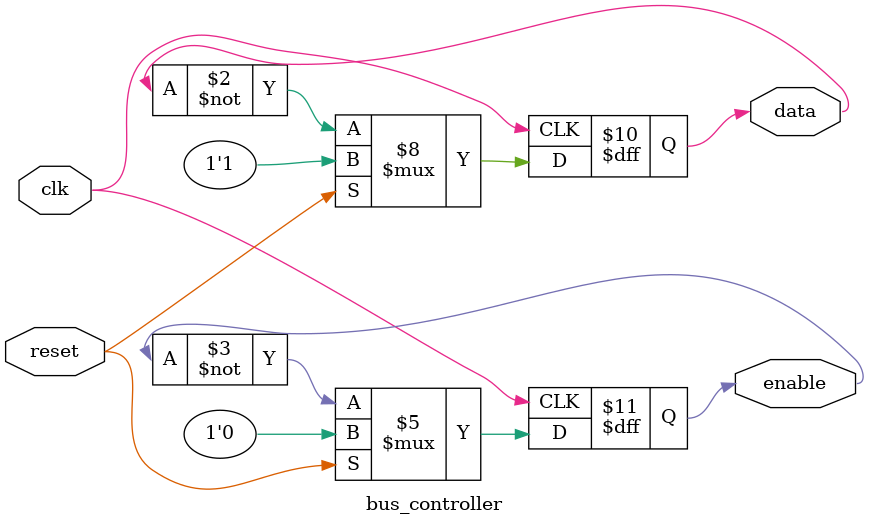
<source format=v>
`timescale 1ns / 100ps


module floorplanning(  input wr_clk,rd_clk,reset,
                       
                       input enable,
                       output [15:0] data_out,
                       
                       output reg io_data_qo, io_enable_qo
                       
                      );  
                
    wire [15:0] fifo_data_in, fifo_data_out;
    wire fifo_full, fifo_empty;
    wire io_data, io_enable;
    
    
    
    fifo_generator_v6_1 fifo (
	    .rst(reset),
	    .wr_clk(wr_clk),
	    .rd_clk(rd_clk),
	    .din(fifo_data_in), 
	    .wr_en(fifo_write),
	    .rd_en(fifo_read),
	    .dout(fifo_data_out), 
	    .full(fifo_full),
	    .empty(fifo_empty));
    
    
    data_src data_src (
        .clk(wr_clk), 
        .reset(reset), 
        .data(fifo_data_in), 
        .enable(enable), 
        .fifo_full(fifo_full), 
        .fifo_write(fifo_write));    
    
    
    
    data_sink data_sink (
        .clk(rd_clk), 
        .reset(reset), 
        .data_in(fifo_data_out), 
        .data_out(data_out), 
        .fifo_empty(fifo_empty), 
        .fifo_read(fifo_read)
        );    
        
        
    bus_controller 
       bus_controller(
        .clk(rd_clk), 
        .reset(reset), 
        .data(io_data), 
        .enable(io_enable));     
        
        
    always @(posedge rd_clk) begin
        if(reset) begin
			io_data_qo   <= 1'b0;
            io_enable_qo <= 1'b0;
		end
        else begin
			io_data_qo   <= io_data;  
            io_enable_qo <= io_enable;
        end
    end
                           
    
        
endmodule // counters


module data_src(input clk,reset,
                output reg [15:0] data,
                input enable,
                
                input fifo_full,
                output fifo_write );  
          
    assign fifo_write = ~fifo_full;
                
    always @(posedge clk) begin
        if(reset) begin
			data <= 16'b1;
		end
        else begin
            data <= enable ? {data[14:0],data[15]} : data;    
        end
    end

endmodule // data_src


module data_sink(input clk,reset,
                 input [15:0] data_in,
                 output reg [15:0] data_out,
                                 
                 input fifo_empty,
                 output fifo_read );  
          
    assign fifo_read = ~fifo_empty;
    
    reg fifo_read_q;
                
    always @(posedge clk) begin
        if(reset) begin
            fifo_read_q <= 1'b0;
			data_out    <= 16'b0;
		end
        else begin
            fifo_read_q <= fifo_read;
            data_out    <= fifo_read_q ? data_in : data_out;    
        end
    end

endmodule // data_sink


// A dummy module that drives data and enable outputs.
// It illustrates the IO floorplanning issues
module bus_controller(input clk, reset    ,
                      output reg data     , 
                      output reg enable   );

    always @(posedge clk) begin
        if(reset) begin
			data   <= 1'b1;
            enable <= 1'b0;
		end
        else begin
			data   <= ~data;
            enable <= ~enable;
        end
    end

endmodule // bus_controller

</source>
